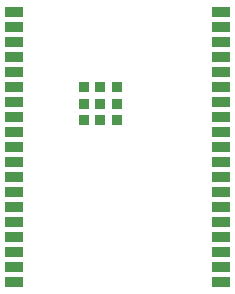
<source format=gbr>
%TF.GenerationSoftware,KiCad,Pcbnew,(6.0.9)*%
%TF.CreationDate,2023-01-13T00:05:01-05:00*%
%TF.ProjectId,esp32-wrover,65737033-322d-4777-926f-7665722e6b69,rev?*%
%TF.SameCoordinates,Original*%
%TF.FileFunction,Copper,L1,Top*%
%TF.FilePolarity,Positive*%
%FSLAX46Y46*%
G04 Gerber Fmt 4.6, Leading zero omitted, Abs format (unit mm)*
G04 Created by KiCad (PCBNEW (6.0.9)) date 2023-01-13 00:05:01*
%MOMM*%
%LPD*%
G01*
G04 APERTURE LIST*
%TA.AperFunction,SMDPad,CuDef*%
%ADD10R,1.500000X0.900000*%
%TD*%
%TA.AperFunction,SMDPad,CuDef*%
%ADD11R,0.900000X0.900000*%
%TD*%
G04 APERTURE END LIST*
D10*
%TO.P,U1,1,GND*%
%TO.N,Net-(U1-Pad1)*%
X140250000Y-88545000D03*
%TO.P,U1,2,3V3*%
%TO.N,unconnected-(U1-Pad2)*%
X140250000Y-89815000D03*
%TO.P,U1,3,EN/CHIP_PU*%
%TO.N,unconnected-(U1-Pad3)*%
X140250000Y-91085000D03*
%TO.P,U1,4,SENSOR_VP/GPIO36/ADC1_CH0*%
%TO.N,unconnected-(U1-Pad4)*%
X140250000Y-92355000D03*
%TO.P,U1,5,SENSOR_VN/GPIO39/ADC1_CH3*%
%TO.N,unconnected-(U1-Pad5)*%
X140250000Y-93625000D03*
%TO.P,U1,6,GPIO34/ADC1_CH6*%
%TO.N,unconnected-(U1-Pad6)*%
X140250000Y-94895000D03*
%TO.P,U1,7,GPIO35/ADC1_CH7*%
%TO.N,unconnected-(U1-Pad7)*%
X140250000Y-96165000D03*
%TO.P,U1,8,32K_XP/GPIO32/ADC1_CH4*%
%TO.N,unconnected-(U1-Pad8)*%
X140250000Y-97435000D03*
%TO.P,U1,9,32K_XN/GPIO33/ADC1_CH5*%
%TO.N,unconnected-(U1-Pad9)*%
X140250000Y-98705000D03*
%TO.P,U1,10,DAC_1/ADC2_CH8/GPIO25*%
%TO.N,unconnected-(U1-Pad10)*%
X140250000Y-99975000D03*
%TO.P,U1,11,DAC_2/ADC2_CH9/GPIO26*%
%TO.N,unconnected-(U1-Pad11)*%
X140250000Y-101245000D03*
%TO.P,U1,12,ADC2_CH7/GPIO27*%
%TO.N,unconnected-(U1-Pad12)*%
X140250000Y-102515000D03*
%TO.P,U1,13,MTMS/GPIO14/ADC2_CH6*%
%TO.N,unconnected-(U1-Pad13)*%
X140250000Y-103785000D03*
%TO.P,U1,14,MTDI/GPIO12/ADC2_CH5*%
%TO.N,unconnected-(U1-Pad14)*%
X140250000Y-105055000D03*
%TO.P,U1,15,GND*%
%TO.N,Net-(U1-Pad1)*%
X140250000Y-106325000D03*
%TO.P,U1,16,MTCK/GPIO13/ADC2_CH4*%
%TO.N,unconnected-(U1-Pad16)*%
X140250000Y-107595000D03*
%TO.P,U1,17,NC*%
%TO.N,unconnected-(U1-Pad17)*%
X140250000Y-108865000D03*
%TO.P,U1,18,NC*%
%TO.N,unconnected-(U1-Pad18)*%
X140250000Y-110135000D03*
%TO.P,U1,19,NC*%
%TO.N,unconnected-(U1-Pad19)*%
X140250000Y-111405000D03*
%TO.P,U1,20,NC*%
%TO.N,unconnected-(U1-Pad20)*%
X157750000Y-111405000D03*
%TO.P,U1,21,NC*%
%TO.N,unconnected-(U1-Pad21)*%
X157750000Y-110135000D03*
%TO.P,U1,22,NC*%
%TO.N,unconnected-(U1-Pad22)*%
X157750000Y-108865000D03*
%TO.P,U1,23,MTDO/GPIO15/ADC2_CH3*%
%TO.N,unconnected-(U1-Pad23)*%
X157750000Y-107595000D03*
%TO.P,U1,24,ADC2_CH2/GPIO2*%
%TO.N,unconnected-(U1-Pad24)*%
X157750000Y-106325000D03*
%TO.P,U1,25,GPIO0/BOOT/ADC2_CH1*%
%TO.N,unconnected-(U1-Pad25)*%
X157750000Y-105055000D03*
%TO.P,U1,26,ADC2_CH0/GPIO4*%
%TO.N,unconnected-(U1-Pad26)*%
X157750000Y-103785000D03*
%TO.P,U1,27,NC*%
%TO.N,unconnected-(U1-Pad27)*%
X157750000Y-102515000D03*
%TO.P,U1,28,NC*%
%TO.N,unconnected-(U1-Pad28)*%
X157750000Y-101245000D03*
%TO.P,U1,29,GPIO5*%
%TO.N,unconnected-(U1-Pad29)*%
X157750000Y-99975000D03*
%TO.P,U1,30,GPIO18*%
%TO.N,unconnected-(U1-Pad30)*%
X157750000Y-98705000D03*
%TO.P,U1,31,GPIO19*%
%TO.N,unconnected-(U1-Pad31)*%
X157750000Y-97435000D03*
%TO.P,U1,32,NC*%
%TO.N,unconnected-(U1-Pad32)*%
X157750000Y-96165000D03*
%TO.P,U1,33,GPIO21*%
%TO.N,unconnected-(U1-Pad33)*%
X157750000Y-94895000D03*
%TO.P,U1,34,U0RXD/GPIO3*%
%TO.N,unconnected-(U1-Pad34)*%
X157750000Y-93625000D03*
%TO.P,U1,35,U0TXD/GPIO1*%
%TO.N,unconnected-(U1-Pad35)*%
X157750000Y-92355000D03*
%TO.P,U1,36,GPIO22*%
%TO.N,unconnected-(U1-Pad36)*%
X157750000Y-91085000D03*
%TO.P,U1,37,GPIO23*%
%TO.N,unconnected-(U1-Pad37)*%
X157750000Y-89815000D03*
%TO.P,U1,38,GND*%
%TO.N,Net-(U1-Pad1)*%
X157750000Y-88545000D03*
D11*
%TO.P,U1,39,GND_THERMAL*%
%TO.N,unconnected-(U1-Pad39)*%
X146100000Y-96340000D03*
X147500000Y-94940000D03*
X148900000Y-94940000D03*
X147500000Y-96340000D03*
X146095000Y-94940000D03*
X146100000Y-97740000D03*
X148900000Y-96340000D03*
X147500000Y-97740000D03*
X148900000Y-97740000D03*
%TD*%
M02*

</source>
